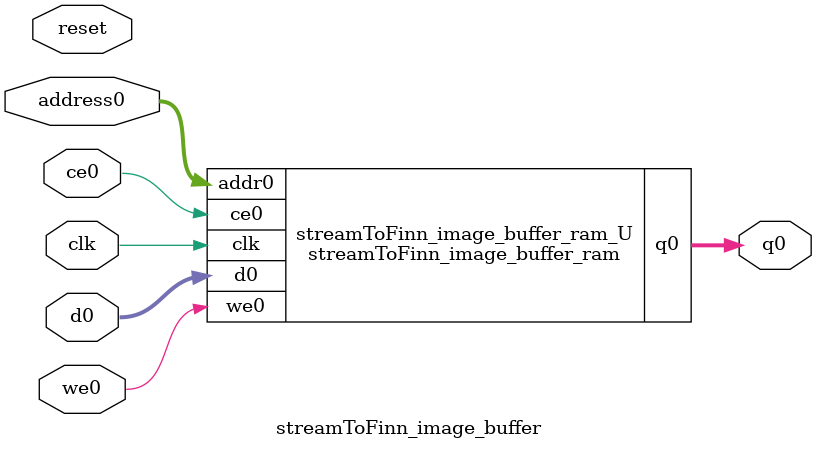
<source format=v>
`timescale 1 ns / 1 ps
module streamToFinn_image_buffer_ram (addr0, ce0, d0, we0, q0,  clk);

parameter DWIDTH = 8;
parameter AWIDTH = 13;
parameter MEM_SIZE = 6144;

input[AWIDTH-1:0] addr0;
input ce0;
input[DWIDTH-1:0] d0;
input we0;
output reg[DWIDTH-1:0] q0;
input clk;

reg [DWIDTH-1:0] ram[0:MEM_SIZE-1];




always @(posedge clk)  
begin 
    if (ce0) begin
        if (we0) 
            ram[addr0] <= d0; 
        q0 <= ram[addr0];
    end
end


endmodule

`timescale 1 ns / 1 ps
module streamToFinn_image_buffer(
    reset,
    clk,
    address0,
    ce0,
    we0,
    d0,
    q0);

parameter DataWidth = 32'd8;
parameter AddressRange = 32'd6144;
parameter AddressWidth = 32'd13;
input reset;
input clk;
input[AddressWidth - 1:0] address0;
input ce0;
input we0;
input[DataWidth - 1:0] d0;
output[DataWidth - 1:0] q0;



streamToFinn_image_buffer_ram streamToFinn_image_buffer_ram_U(
    .clk( clk ),
    .addr0( address0 ),
    .ce0( ce0 ),
    .we0( we0 ),
    .d0( d0 ),
    .q0( q0 ));

endmodule


</source>
